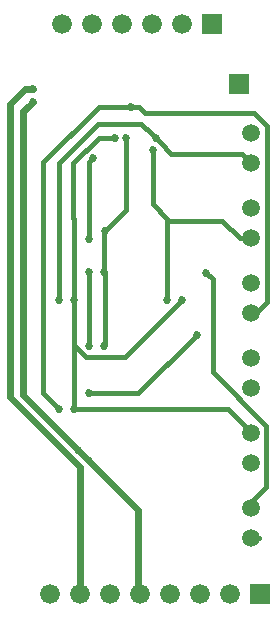
<source format=gbl>
G04 #@! TF.FileFunction,Copper,L2,Bot,Signal*
%FSLAX46Y46*%
G04 Gerber Fmt 4.6, Leading zero omitted, Abs format (unit mm)*
G04 Created by KiCad (PCBNEW (2014-11-02 BZR 5250)-product) date 05/11/2014 09:55:45*
%MOMM*%
G01*
G04 APERTURE LIST*
%ADD10C,0.100000*%
%ADD11R,1.676400X1.676400*%
%ADD12C,1.676400*%
%ADD13C,1.500000*%
%ADD14C,0.685800*%
%ADD15C,0.609600*%
%ADD16C,0.406400*%
%ADD17C,0.152400*%
%ADD18C,0.254000*%
%ADD19C,0.304800*%
G04 APERTURE END LIST*
D10*
D11*
X127000000Y-127000000D03*
D12*
X124460000Y-127000000D03*
X121920000Y-127000000D03*
X119380000Y-127000000D03*
X116840000Y-127000000D03*
X114300000Y-127000000D03*
D13*
X130302000Y-170497500D03*
X130302000Y-167957500D03*
X130302000Y-164147500D03*
X130302000Y-161607500D03*
X130302000Y-157797500D03*
X130302000Y-155257500D03*
X130302000Y-151447500D03*
X130302000Y-148907500D03*
X130302000Y-145097500D03*
X130302000Y-142557500D03*
X130302000Y-138747500D03*
X130302000Y-136207500D03*
D11*
X129286000Y-132080000D03*
X131064000Y-175260000D03*
D12*
X128524000Y-175260000D03*
X125984000Y-175260000D03*
X123444000Y-175260000D03*
X120904000Y-175260000D03*
X118364000Y-175260000D03*
X115824000Y-175260000D03*
X113284000Y-175260000D03*
D14*
X115697000Y-163004500D03*
X111823500Y-133540500D03*
X125730000Y-153289000D03*
X116586000Y-158242000D03*
X126492000Y-148018500D03*
X116586000Y-154241500D03*
X116586000Y-147955000D03*
X116586000Y-145161000D03*
X116967000Y-138303000D03*
X115316000Y-150368000D03*
X124460000Y-150368000D03*
X118808500Y-136588500D03*
X115316000Y-159575500D03*
X117856000Y-154241500D03*
X117919500Y-144462500D03*
X117856000Y-147955000D03*
X119697500Y-136652000D03*
X120142000Y-133985000D03*
X114046000Y-159575500D03*
X123190000Y-150368000D03*
X121983500Y-137668000D03*
X122230855Y-136659198D03*
X114046000Y-150368000D03*
X111823500Y-132461000D03*
D15*
X120777000Y-171513500D02*
X120777000Y-168148000D01*
X120777000Y-168148000D02*
X116586000Y-163957000D01*
D16*
X116586000Y-163957000D02*
X116586000Y-163893500D01*
X116039899Y-163347399D02*
X115697000Y-163004500D01*
X116586000Y-163893500D02*
X116039899Y-163347399D01*
D15*
X120777000Y-171513500D02*
X120777000Y-175133000D01*
X120777000Y-175133000D02*
X120904000Y-175260000D01*
D16*
X116586000Y-163830000D02*
X116586000Y-163957000D01*
D15*
X111442500Y-158813500D02*
X110998000Y-158369000D01*
X110998000Y-158369000D02*
X110998000Y-134366000D01*
X110998000Y-134366000D02*
X111480601Y-133883399D01*
X111480601Y-133883399D02*
X111823500Y-133540500D01*
X116586000Y-163957000D02*
X111125000Y-158496000D01*
D16*
X120777000Y-158242000D02*
X125730000Y-153289000D01*
X116586000Y-158242000D02*
X120777000Y-158242000D01*
D17*
X114109500Y-127000000D02*
X114300000Y-127000000D01*
D18*
X114109500Y-127000000D02*
X114300000Y-127190500D01*
D16*
X130302000Y-167957500D02*
X130302000Y-167449500D01*
X130302000Y-167449500D02*
X131572000Y-166179500D01*
X131572000Y-166179500D02*
X131572000Y-160972500D01*
X131572000Y-160972500D02*
X127063500Y-156464000D01*
X127063500Y-156464000D02*
X127063500Y-148590000D01*
X127063500Y-148590000D02*
X126492000Y-148018500D01*
X130302000Y-170497500D02*
X131000500Y-170497500D01*
X116586000Y-154241500D02*
X116586000Y-147955000D01*
X116586000Y-145161000D02*
X116586000Y-138684000D01*
X116586000Y-138684000D02*
X116624101Y-138645899D01*
X116624101Y-138645899D02*
X116967000Y-138303000D01*
X123063000Y-159575500D02*
X128333500Y-159575500D01*
X128333500Y-159575500D02*
X130302000Y-161544000D01*
D19*
X130302000Y-161544000D02*
X130302000Y-161607500D01*
D16*
X115316000Y-153606500D02*
X115316000Y-150368000D01*
X115316000Y-154178000D02*
X116332000Y-155194000D01*
X116332000Y-155194000D02*
X119634000Y-155194000D01*
X119634000Y-155194000D02*
X124460000Y-150368000D01*
X115316000Y-153606500D02*
X115316000Y-154178000D01*
X115316000Y-150368000D02*
X115316000Y-143446500D01*
X115316000Y-143446500D02*
X115252500Y-143383000D01*
X118323567Y-136588500D02*
X118808500Y-136588500D01*
X115252500Y-143383000D02*
X115252500Y-138778994D01*
X115252500Y-138778994D02*
X117442994Y-136588500D01*
X117442994Y-136588500D02*
X118323567Y-136588500D01*
X115316000Y-153606500D02*
X115316000Y-159575500D01*
X115316000Y-159575500D02*
X123063000Y-159575500D01*
X123063000Y-159575500D02*
X123190000Y-159575500D01*
X117919500Y-154178000D02*
X117919500Y-147955000D01*
X117856000Y-154241500D02*
X117919500Y-154178000D01*
X117856000Y-147955000D02*
X117856000Y-144526000D01*
X117856000Y-144526000D02*
X117919500Y-144462500D01*
X119697500Y-137136933D02*
X119697500Y-136652000D01*
X119697500Y-142684500D02*
X119697500Y-137136933D01*
X117919500Y-144462500D02*
X119697500Y-142684500D01*
X130302000Y-151447500D02*
X130746500Y-151447500D01*
X130746500Y-151447500D02*
X131699000Y-150495000D01*
X120840500Y-133985000D02*
X120142000Y-133985000D01*
X121348500Y-134493000D02*
X120840500Y-133985000D01*
X130556000Y-134493000D02*
X121348500Y-134493000D01*
X131699000Y-135636000D02*
X130556000Y-134493000D01*
X131699000Y-146812000D02*
X131699000Y-135636000D01*
X131699000Y-150495000D02*
X131699000Y-146812000D01*
X112712500Y-138684000D02*
X117411500Y-133985000D01*
X112712500Y-140462000D02*
X112712500Y-138684000D01*
X117411500Y-133985000D02*
X120142000Y-133985000D01*
D18*
X112712500Y-140398500D02*
X112712500Y-140462000D01*
D16*
X114046000Y-159575500D02*
X112712500Y-158242000D01*
X112712500Y-140462000D02*
X112712500Y-158242000D01*
X130302000Y-145097500D02*
X129349500Y-145097500D01*
X123367830Y-143637000D02*
X123190000Y-143459170D01*
X127889000Y-143637000D02*
X123367830Y-143637000D01*
X129349500Y-145097500D02*
X127889000Y-143637000D01*
X123190000Y-150368000D02*
X123190000Y-143459170D01*
X121983500Y-138152933D02*
X121983500Y-137668000D01*
X121983500Y-142252670D02*
X121983500Y-138152933D01*
X123190000Y-143459170D02*
X121983500Y-142252670D01*
X114046000Y-150368000D02*
X114046000Y-138747500D01*
X121887956Y-136316299D02*
X122230855Y-136659198D01*
X114046000Y-138747500D02*
X117348000Y-135445500D01*
X117348000Y-135445500D02*
X121017157Y-135445500D01*
X121017157Y-135445500D02*
X121887956Y-136316299D01*
X129540000Y-137985500D02*
X129284771Y-137985500D01*
X130302000Y-138747500D02*
X129540000Y-137985500D01*
X122573754Y-137002097D02*
X122230855Y-136659198D01*
X123557157Y-137985500D02*
X122573754Y-137002097D01*
X129284771Y-137985500D02*
X123557157Y-137985500D01*
D15*
X110172492Y-158813492D02*
X115379500Y-164020500D01*
X110299500Y-158940500D02*
X109918492Y-158559492D01*
X109918492Y-133731008D02*
X111188500Y-132461000D01*
X111188500Y-132461000D02*
X111823500Y-132461000D01*
X109918492Y-158559492D02*
X109918492Y-133731008D01*
X115824000Y-164465000D02*
X115379500Y-164020500D01*
X115824000Y-175260000D02*
X115824000Y-164465000D01*
M02*

</source>
